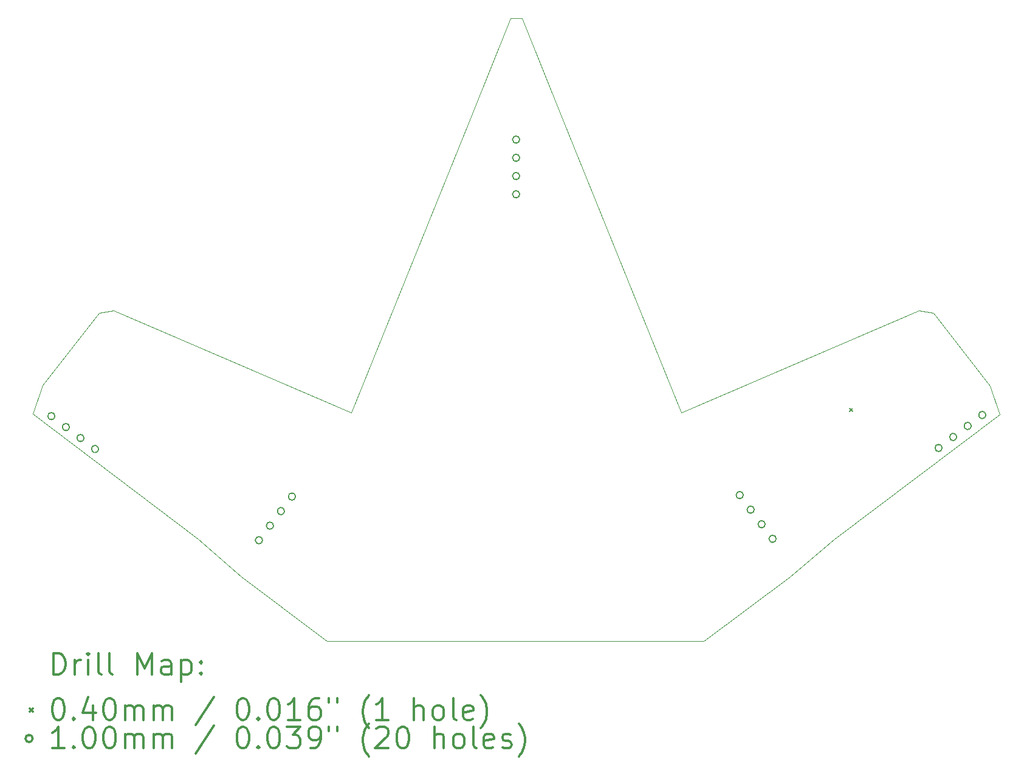
<source format=gbr>
%FSLAX45Y45*%
G04 Gerber Fmt 4.5, Leading zero omitted, Abs format (unit mm)*
G04 Created by KiCad (PCBNEW (5.1.4)-1) date 2024-04-24 20:57:59*
%MOMM*%
%LPD*%
G04 APERTURE LIST*
%ADD10C,0.050000*%
%ADD11C,0.200000*%
%ADD12C,0.300000*%
G04 APERTURE END LIST*
D10*
X38195000Y-3885000D02*
X39395000Y-2985000D01*
X32945000Y-3885000D02*
X31755000Y-2985000D01*
X38195000Y-3885000D02*
X32945000Y-3885000D01*
X36230877Y3381175D02*
X35660877Y4791175D01*
X42179504Y-327313D02*
X41394224Y682010D01*
X29970583Y721721D02*
X29771755Y683414D01*
X35660877Y4791175D02*
X35500877Y4791175D01*
X33280876Y-698825D02*
X29970583Y721721D01*
X31755000Y-2985000D02*
X31153571Y-2463360D01*
X34930877Y3381175D02*
X35500877Y4791175D01*
X40012407Y-2464763D02*
X42318295Y-724223D01*
X33280876Y-698825D02*
X34930877Y3381175D01*
X39395000Y-2985000D02*
X40012407Y-2464763D01*
X42179504Y-327313D02*
X42318295Y-724223D01*
X37880877Y-698825D02*
X36230877Y3381175D01*
X37880877Y-698825D02*
X41195396Y720317D01*
X28847683Y-722819D02*
X31153571Y-2463360D01*
X28986474Y-325910D02*
X28847683Y-722819D01*
X28986474Y-325910D02*
X29771755Y683414D01*
X41195396Y720317D02*
X41394224Y682010D01*
D11*
X40225000Y-645000D02*
X40265000Y-685000D01*
X40265000Y-645000D02*
X40225000Y-685000D01*
X29155701Y-751568D02*
G75*
G03X29155701Y-751568I-50000J0D01*
G01*
X29358555Y-904429D02*
G75*
G03X29358555Y-904429I-50000J0D01*
G01*
X29561408Y-1057290D02*
G75*
G03X29561408Y-1057290I-50000J0D01*
G01*
X29764262Y-1210151D02*
G75*
G03X29764262Y-1210151I-50000J0D01*
G01*
X41516514Y-1194791D02*
G75*
G03X41516514Y-1194791I-50000J0D01*
G01*
X41719368Y-1041930D02*
G75*
G03X41719368Y-1041930I-50000J0D01*
G01*
X41922221Y-889069D02*
G75*
G03X41922221Y-889069I-50000J0D01*
G01*
X42125074Y-736208D02*
G75*
G03X42125074Y-736208I-50000J0D01*
G01*
X38745781Y-1852723D02*
G75*
G03X38745781Y-1852723I-50000J0D01*
G01*
X38898642Y-2055576D02*
G75*
G03X38898642Y-2055576I-50000J0D01*
G01*
X39051503Y-2258430D02*
G75*
G03X39051503Y-2258430I-50000J0D01*
G01*
X39204364Y-2461283D02*
G75*
G03X39204364Y-2461283I-50000J0D01*
G01*
X35630877Y3101175D02*
G75*
G03X35630877Y3101175I-50000J0D01*
G01*
X35630877Y2847175D02*
G75*
G03X35630877Y2847175I-50000J0D01*
G01*
X35630877Y2593175D02*
G75*
G03X35630877Y2593175I-50000J0D01*
G01*
X35630877Y2339175D02*
G75*
G03X35630877Y2339175I-50000J0D01*
G01*
X32048428Y-2481144D02*
G75*
G03X32048428Y-2481144I-50000J0D01*
G01*
X32201289Y-2278290D02*
G75*
G03X32201289Y-2278290I-50000J0D01*
G01*
X32354150Y-2075437D02*
G75*
G03X32354150Y-2075437I-50000J0D01*
G01*
X32507011Y-1872583D02*
G75*
G03X32507011Y-1872583I-50000J0D01*
G01*
D12*
X29131611Y-4353214D02*
X29131611Y-4053214D01*
X29203040Y-4053214D01*
X29245897Y-4067500D01*
X29274469Y-4096071D01*
X29288754Y-4124643D01*
X29303040Y-4181786D01*
X29303040Y-4224643D01*
X29288754Y-4281786D01*
X29274469Y-4310357D01*
X29245897Y-4338929D01*
X29203040Y-4353214D01*
X29131611Y-4353214D01*
X29431611Y-4353214D02*
X29431611Y-4153214D01*
X29431611Y-4210357D02*
X29445897Y-4181786D01*
X29460183Y-4167500D01*
X29488754Y-4153214D01*
X29517326Y-4153214D01*
X29617326Y-4353214D02*
X29617326Y-4153214D01*
X29617326Y-4053214D02*
X29603040Y-4067500D01*
X29617326Y-4081786D01*
X29631611Y-4067500D01*
X29617326Y-4053214D01*
X29617326Y-4081786D01*
X29803040Y-4353214D02*
X29774469Y-4338929D01*
X29760183Y-4310357D01*
X29760183Y-4053214D01*
X29960183Y-4353214D02*
X29931611Y-4338929D01*
X29917326Y-4310357D01*
X29917326Y-4053214D01*
X30303040Y-4353214D02*
X30303040Y-4053214D01*
X30403040Y-4267500D01*
X30503040Y-4053214D01*
X30503040Y-4353214D01*
X30774469Y-4353214D02*
X30774469Y-4196072D01*
X30760183Y-4167500D01*
X30731611Y-4153214D01*
X30674469Y-4153214D01*
X30645897Y-4167500D01*
X30774469Y-4338929D02*
X30745897Y-4353214D01*
X30674469Y-4353214D01*
X30645897Y-4338929D01*
X30631611Y-4310357D01*
X30631611Y-4281786D01*
X30645897Y-4253214D01*
X30674469Y-4238929D01*
X30745897Y-4238929D01*
X30774469Y-4224643D01*
X30917326Y-4153214D02*
X30917326Y-4453214D01*
X30917326Y-4167500D02*
X30945897Y-4153214D01*
X31003040Y-4153214D01*
X31031611Y-4167500D01*
X31045897Y-4181786D01*
X31060183Y-4210357D01*
X31060183Y-4296072D01*
X31045897Y-4324643D01*
X31031611Y-4338929D01*
X31003040Y-4353214D01*
X30945897Y-4353214D01*
X30917326Y-4338929D01*
X31188754Y-4324643D02*
X31203040Y-4338929D01*
X31188754Y-4353214D01*
X31174469Y-4338929D01*
X31188754Y-4324643D01*
X31188754Y-4353214D01*
X31188754Y-4167500D02*
X31203040Y-4181786D01*
X31188754Y-4196072D01*
X31174469Y-4181786D01*
X31188754Y-4167500D01*
X31188754Y-4196072D01*
X28805183Y-4827500D02*
X28845183Y-4867500D01*
X28845183Y-4827500D02*
X28805183Y-4867500D01*
X29188754Y-4683214D02*
X29217326Y-4683214D01*
X29245897Y-4697500D01*
X29260183Y-4711786D01*
X29274469Y-4740357D01*
X29288754Y-4797500D01*
X29288754Y-4868929D01*
X29274469Y-4926072D01*
X29260183Y-4954643D01*
X29245897Y-4968929D01*
X29217326Y-4983214D01*
X29188754Y-4983214D01*
X29160183Y-4968929D01*
X29145897Y-4954643D01*
X29131611Y-4926072D01*
X29117326Y-4868929D01*
X29117326Y-4797500D01*
X29131611Y-4740357D01*
X29145897Y-4711786D01*
X29160183Y-4697500D01*
X29188754Y-4683214D01*
X29417326Y-4954643D02*
X29431611Y-4968929D01*
X29417326Y-4983214D01*
X29403040Y-4968929D01*
X29417326Y-4954643D01*
X29417326Y-4983214D01*
X29688754Y-4783214D02*
X29688754Y-4983214D01*
X29617326Y-4668929D02*
X29545897Y-4883214D01*
X29731611Y-4883214D01*
X29903040Y-4683214D02*
X29931611Y-4683214D01*
X29960183Y-4697500D01*
X29974469Y-4711786D01*
X29988754Y-4740357D01*
X30003040Y-4797500D01*
X30003040Y-4868929D01*
X29988754Y-4926072D01*
X29974469Y-4954643D01*
X29960183Y-4968929D01*
X29931611Y-4983214D01*
X29903040Y-4983214D01*
X29874469Y-4968929D01*
X29860183Y-4954643D01*
X29845897Y-4926072D01*
X29831611Y-4868929D01*
X29831611Y-4797500D01*
X29845897Y-4740357D01*
X29860183Y-4711786D01*
X29874469Y-4697500D01*
X29903040Y-4683214D01*
X30131611Y-4983214D02*
X30131611Y-4783214D01*
X30131611Y-4811786D02*
X30145897Y-4797500D01*
X30174469Y-4783214D01*
X30217326Y-4783214D01*
X30245897Y-4797500D01*
X30260183Y-4826072D01*
X30260183Y-4983214D01*
X30260183Y-4826072D02*
X30274469Y-4797500D01*
X30303040Y-4783214D01*
X30345897Y-4783214D01*
X30374469Y-4797500D01*
X30388754Y-4826072D01*
X30388754Y-4983214D01*
X30531611Y-4983214D02*
X30531611Y-4783214D01*
X30531611Y-4811786D02*
X30545897Y-4797500D01*
X30574469Y-4783214D01*
X30617326Y-4783214D01*
X30645897Y-4797500D01*
X30660183Y-4826072D01*
X30660183Y-4983214D01*
X30660183Y-4826072D02*
X30674469Y-4797500D01*
X30703040Y-4783214D01*
X30745897Y-4783214D01*
X30774469Y-4797500D01*
X30788754Y-4826072D01*
X30788754Y-4983214D01*
X31374469Y-4668929D02*
X31117326Y-5054643D01*
X31760183Y-4683214D02*
X31788754Y-4683214D01*
X31817326Y-4697500D01*
X31831611Y-4711786D01*
X31845897Y-4740357D01*
X31860183Y-4797500D01*
X31860183Y-4868929D01*
X31845897Y-4926072D01*
X31831611Y-4954643D01*
X31817326Y-4968929D01*
X31788754Y-4983214D01*
X31760183Y-4983214D01*
X31731611Y-4968929D01*
X31717326Y-4954643D01*
X31703040Y-4926072D01*
X31688754Y-4868929D01*
X31688754Y-4797500D01*
X31703040Y-4740357D01*
X31717326Y-4711786D01*
X31731611Y-4697500D01*
X31760183Y-4683214D01*
X31988754Y-4954643D02*
X32003040Y-4968929D01*
X31988754Y-4983214D01*
X31974469Y-4968929D01*
X31988754Y-4954643D01*
X31988754Y-4983214D01*
X32188754Y-4683214D02*
X32217326Y-4683214D01*
X32245897Y-4697500D01*
X32260183Y-4711786D01*
X32274469Y-4740357D01*
X32288754Y-4797500D01*
X32288754Y-4868929D01*
X32274469Y-4926072D01*
X32260183Y-4954643D01*
X32245897Y-4968929D01*
X32217326Y-4983214D01*
X32188754Y-4983214D01*
X32160183Y-4968929D01*
X32145897Y-4954643D01*
X32131611Y-4926072D01*
X32117326Y-4868929D01*
X32117326Y-4797500D01*
X32131611Y-4740357D01*
X32145897Y-4711786D01*
X32160183Y-4697500D01*
X32188754Y-4683214D01*
X32574469Y-4983214D02*
X32403040Y-4983214D01*
X32488754Y-4983214D02*
X32488754Y-4683214D01*
X32460183Y-4726072D01*
X32431611Y-4754643D01*
X32403040Y-4768929D01*
X32831611Y-4683214D02*
X32774469Y-4683214D01*
X32745897Y-4697500D01*
X32731611Y-4711786D01*
X32703040Y-4754643D01*
X32688754Y-4811786D01*
X32688754Y-4926072D01*
X32703040Y-4954643D01*
X32717326Y-4968929D01*
X32745897Y-4983214D01*
X32803040Y-4983214D01*
X32831611Y-4968929D01*
X32845897Y-4954643D01*
X32860183Y-4926072D01*
X32860183Y-4854643D01*
X32845897Y-4826072D01*
X32831611Y-4811786D01*
X32803040Y-4797500D01*
X32745897Y-4797500D01*
X32717326Y-4811786D01*
X32703040Y-4826072D01*
X32688754Y-4854643D01*
X32974469Y-4683214D02*
X32974469Y-4740357D01*
X33088754Y-4683214D02*
X33088754Y-4740357D01*
X33531611Y-5097500D02*
X33517326Y-5083214D01*
X33488754Y-5040357D01*
X33474469Y-5011786D01*
X33460183Y-4968929D01*
X33445897Y-4897500D01*
X33445897Y-4840357D01*
X33460183Y-4768929D01*
X33474469Y-4726072D01*
X33488754Y-4697500D01*
X33517326Y-4654643D01*
X33531611Y-4640357D01*
X33803040Y-4983214D02*
X33631612Y-4983214D01*
X33717326Y-4983214D02*
X33717326Y-4683214D01*
X33688754Y-4726072D01*
X33660183Y-4754643D01*
X33631612Y-4768929D01*
X34160183Y-4983214D02*
X34160183Y-4683214D01*
X34288754Y-4983214D02*
X34288754Y-4826072D01*
X34274469Y-4797500D01*
X34245897Y-4783214D01*
X34203040Y-4783214D01*
X34174469Y-4797500D01*
X34160183Y-4811786D01*
X34474469Y-4983214D02*
X34445897Y-4968929D01*
X34431612Y-4954643D01*
X34417326Y-4926072D01*
X34417326Y-4840357D01*
X34431612Y-4811786D01*
X34445897Y-4797500D01*
X34474469Y-4783214D01*
X34517326Y-4783214D01*
X34545897Y-4797500D01*
X34560183Y-4811786D01*
X34574469Y-4840357D01*
X34574469Y-4926072D01*
X34560183Y-4954643D01*
X34545897Y-4968929D01*
X34517326Y-4983214D01*
X34474469Y-4983214D01*
X34745897Y-4983214D02*
X34717326Y-4968929D01*
X34703040Y-4940357D01*
X34703040Y-4683214D01*
X34974469Y-4968929D02*
X34945897Y-4983214D01*
X34888754Y-4983214D01*
X34860183Y-4968929D01*
X34845897Y-4940357D01*
X34845897Y-4826072D01*
X34860183Y-4797500D01*
X34888754Y-4783214D01*
X34945897Y-4783214D01*
X34974469Y-4797500D01*
X34988754Y-4826072D01*
X34988754Y-4854643D01*
X34845897Y-4883214D01*
X35088754Y-5097500D02*
X35103040Y-5083214D01*
X35131612Y-5040357D01*
X35145897Y-5011786D01*
X35160183Y-4968929D01*
X35174469Y-4897500D01*
X35174469Y-4840357D01*
X35160183Y-4768929D01*
X35145897Y-4726072D01*
X35131612Y-4697500D01*
X35103040Y-4654643D01*
X35088754Y-4640357D01*
X28845183Y-5243500D02*
G75*
G03X28845183Y-5243500I-50000J0D01*
G01*
X29288754Y-5379214D02*
X29117326Y-5379214D01*
X29203040Y-5379214D02*
X29203040Y-5079214D01*
X29174469Y-5122072D01*
X29145897Y-5150643D01*
X29117326Y-5164929D01*
X29417326Y-5350643D02*
X29431611Y-5364929D01*
X29417326Y-5379214D01*
X29403040Y-5364929D01*
X29417326Y-5350643D01*
X29417326Y-5379214D01*
X29617326Y-5079214D02*
X29645897Y-5079214D01*
X29674469Y-5093500D01*
X29688754Y-5107786D01*
X29703040Y-5136357D01*
X29717326Y-5193500D01*
X29717326Y-5264929D01*
X29703040Y-5322072D01*
X29688754Y-5350643D01*
X29674469Y-5364929D01*
X29645897Y-5379214D01*
X29617326Y-5379214D01*
X29588754Y-5364929D01*
X29574469Y-5350643D01*
X29560183Y-5322072D01*
X29545897Y-5264929D01*
X29545897Y-5193500D01*
X29560183Y-5136357D01*
X29574469Y-5107786D01*
X29588754Y-5093500D01*
X29617326Y-5079214D01*
X29903040Y-5079214D02*
X29931611Y-5079214D01*
X29960183Y-5093500D01*
X29974469Y-5107786D01*
X29988754Y-5136357D01*
X30003040Y-5193500D01*
X30003040Y-5264929D01*
X29988754Y-5322072D01*
X29974469Y-5350643D01*
X29960183Y-5364929D01*
X29931611Y-5379214D01*
X29903040Y-5379214D01*
X29874469Y-5364929D01*
X29860183Y-5350643D01*
X29845897Y-5322072D01*
X29831611Y-5264929D01*
X29831611Y-5193500D01*
X29845897Y-5136357D01*
X29860183Y-5107786D01*
X29874469Y-5093500D01*
X29903040Y-5079214D01*
X30131611Y-5379214D02*
X30131611Y-5179214D01*
X30131611Y-5207786D02*
X30145897Y-5193500D01*
X30174469Y-5179214D01*
X30217326Y-5179214D01*
X30245897Y-5193500D01*
X30260183Y-5222072D01*
X30260183Y-5379214D01*
X30260183Y-5222072D02*
X30274469Y-5193500D01*
X30303040Y-5179214D01*
X30345897Y-5179214D01*
X30374469Y-5193500D01*
X30388754Y-5222072D01*
X30388754Y-5379214D01*
X30531611Y-5379214D02*
X30531611Y-5179214D01*
X30531611Y-5207786D02*
X30545897Y-5193500D01*
X30574469Y-5179214D01*
X30617326Y-5179214D01*
X30645897Y-5193500D01*
X30660183Y-5222072D01*
X30660183Y-5379214D01*
X30660183Y-5222072D02*
X30674469Y-5193500D01*
X30703040Y-5179214D01*
X30745897Y-5179214D01*
X30774469Y-5193500D01*
X30788754Y-5222072D01*
X30788754Y-5379214D01*
X31374469Y-5064929D02*
X31117326Y-5450643D01*
X31760183Y-5079214D02*
X31788754Y-5079214D01*
X31817326Y-5093500D01*
X31831611Y-5107786D01*
X31845897Y-5136357D01*
X31860183Y-5193500D01*
X31860183Y-5264929D01*
X31845897Y-5322072D01*
X31831611Y-5350643D01*
X31817326Y-5364929D01*
X31788754Y-5379214D01*
X31760183Y-5379214D01*
X31731611Y-5364929D01*
X31717326Y-5350643D01*
X31703040Y-5322072D01*
X31688754Y-5264929D01*
X31688754Y-5193500D01*
X31703040Y-5136357D01*
X31717326Y-5107786D01*
X31731611Y-5093500D01*
X31760183Y-5079214D01*
X31988754Y-5350643D02*
X32003040Y-5364929D01*
X31988754Y-5379214D01*
X31974469Y-5364929D01*
X31988754Y-5350643D01*
X31988754Y-5379214D01*
X32188754Y-5079214D02*
X32217326Y-5079214D01*
X32245897Y-5093500D01*
X32260183Y-5107786D01*
X32274469Y-5136357D01*
X32288754Y-5193500D01*
X32288754Y-5264929D01*
X32274469Y-5322072D01*
X32260183Y-5350643D01*
X32245897Y-5364929D01*
X32217326Y-5379214D01*
X32188754Y-5379214D01*
X32160183Y-5364929D01*
X32145897Y-5350643D01*
X32131611Y-5322072D01*
X32117326Y-5264929D01*
X32117326Y-5193500D01*
X32131611Y-5136357D01*
X32145897Y-5107786D01*
X32160183Y-5093500D01*
X32188754Y-5079214D01*
X32388754Y-5079214D02*
X32574469Y-5079214D01*
X32474469Y-5193500D01*
X32517326Y-5193500D01*
X32545897Y-5207786D01*
X32560183Y-5222072D01*
X32574469Y-5250643D01*
X32574469Y-5322072D01*
X32560183Y-5350643D01*
X32545897Y-5364929D01*
X32517326Y-5379214D01*
X32431611Y-5379214D01*
X32403040Y-5364929D01*
X32388754Y-5350643D01*
X32717326Y-5379214D02*
X32774469Y-5379214D01*
X32803040Y-5364929D01*
X32817326Y-5350643D01*
X32845897Y-5307786D01*
X32860183Y-5250643D01*
X32860183Y-5136357D01*
X32845897Y-5107786D01*
X32831611Y-5093500D01*
X32803040Y-5079214D01*
X32745897Y-5079214D01*
X32717326Y-5093500D01*
X32703040Y-5107786D01*
X32688754Y-5136357D01*
X32688754Y-5207786D01*
X32703040Y-5236357D01*
X32717326Y-5250643D01*
X32745897Y-5264929D01*
X32803040Y-5264929D01*
X32831611Y-5250643D01*
X32845897Y-5236357D01*
X32860183Y-5207786D01*
X32974469Y-5079214D02*
X32974469Y-5136357D01*
X33088754Y-5079214D02*
X33088754Y-5136357D01*
X33531611Y-5493500D02*
X33517326Y-5479214D01*
X33488754Y-5436357D01*
X33474469Y-5407786D01*
X33460183Y-5364929D01*
X33445897Y-5293500D01*
X33445897Y-5236357D01*
X33460183Y-5164929D01*
X33474469Y-5122072D01*
X33488754Y-5093500D01*
X33517326Y-5050643D01*
X33531611Y-5036357D01*
X33631612Y-5107786D02*
X33645897Y-5093500D01*
X33674469Y-5079214D01*
X33745897Y-5079214D01*
X33774469Y-5093500D01*
X33788754Y-5107786D01*
X33803040Y-5136357D01*
X33803040Y-5164929D01*
X33788754Y-5207786D01*
X33617326Y-5379214D01*
X33803040Y-5379214D01*
X33988754Y-5079214D02*
X34017326Y-5079214D01*
X34045897Y-5093500D01*
X34060183Y-5107786D01*
X34074469Y-5136357D01*
X34088754Y-5193500D01*
X34088754Y-5264929D01*
X34074469Y-5322072D01*
X34060183Y-5350643D01*
X34045897Y-5364929D01*
X34017326Y-5379214D01*
X33988754Y-5379214D01*
X33960183Y-5364929D01*
X33945897Y-5350643D01*
X33931612Y-5322072D01*
X33917326Y-5264929D01*
X33917326Y-5193500D01*
X33931612Y-5136357D01*
X33945897Y-5107786D01*
X33960183Y-5093500D01*
X33988754Y-5079214D01*
X34445897Y-5379214D02*
X34445897Y-5079214D01*
X34574469Y-5379214D02*
X34574469Y-5222072D01*
X34560183Y-5193500D01*
X34531612Y-5179214D01*
X34488754Y-5179214D01*
X34460183Y-5193500D01*
X34445897Y-5207786D01*
X34760183Y-5379214D02*
X34731612Y-5364929D01*
X34717326Y-5350643D01*
X34703040Y-5322072D01*
X34703040Y-5236357D01*
X34717326Y-5207786D01*
X34731612Y-5193500D01*
X34760183Y-5179214D01*
X34803040Y-5179214D01*
X34831612Y-5193500D01*
X34845897Y-5207786D01*
X34860183Y-5236357D01*
X34860183Y-5322072D01*
X34845897Y-5350643D01*
X34831612Y-5364929D01*
X34803040Y-5379214D01*
X34760183Y-5379214D01*
X35031612Y-5379214D02*
X35003040Y-5364929D01*
X34988754Y-5336357D01*
X34988754Y-5079214D01*
X35260183Y-5364929D02*
X35231612Y-5379214D01*
X35174469Y-5379214D01*
X35145897Y-5364929D01*
X35131612Y-5336357D01*
X35131612Y-5222072D01*
X35145897Y-5193500D01*
X35174469Y-5179214D01*
X35231612Y-5179214D01*
X35260183Y-5193500D01*
X35274469Y-5222072D01*
X35274469Y-5250643D01*
X35131612Y-5279214D01*
X35388754Y-5364929D02*
X35417326Y-5379214D01*
X35474469Y-5379214D01*
X35503040Y-5364929D01*
X35517326Y-5336357D01*
X35517326Y-5322072D01*
X35503040Y-5293500D01*
X35474469Y-5279214D01*
X35431612Y-5279214D01*
X35403040Y-5264929D01*
X35388754Y-5236357D01*
X35388754Y-5222072D01*
X35403040Y-5193500D01*
X35431612Y-5179214D01*
X35474469Y-5179214D01*
X35503040Y-5193500D01*
X35617326Y-5493500D02*
X35631612Y-5479214D01*
X35660183Y-5436357D01*
X35674469Y-5407786D01*
X35688754Y-5364929D01*
X35703040Y-5293500D01*
X35703040Y-5236357D01*
X35688754Y-5164929D01*
X35674469Y-5122072D01*
X35660183Y-5093500D01*
X35631612Y-5050643D01*
X35617326Y-5036357D01*
M02*

</source>
